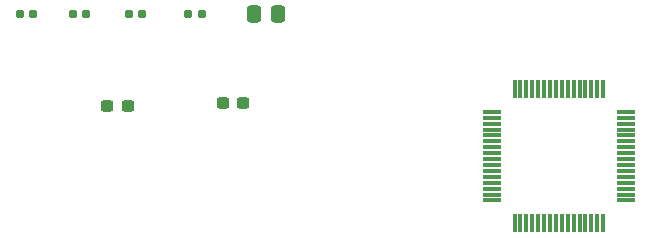
<source format=gtp>
G04 #@! TF.GenerationSoftware,KiCad,Pcbnew,8.0.6*
G04 #@! TF.CreationDate,2024-11-17T19:47:03-05:00*
G04 #@! TF.ProjectId,STM32_KiCAD,53544d33-325f-44b6-9943-41442e6b6963,rev?*
G04 #@! TF.SameCoordinates,Original*
G04 #@! TF.FileFunction,Paste,Top*
G04 #@! TF.FilePolarity,Positive*
%FSLAX46Y46*%
G04 Gerber Fmt 4.6, Leading zero omitted, Abs format (unit mm)*
G04 Created by KiCad (PCBNEW 8.0.6) date 2024-11-17 19:47:03*
%MOMM*%
%LPD*%
G01*
G04 APERTURE LIST*
G04 Aperture macros list*
%AMRoundRect*
0 Rectangle with rounded corners*
0 $1 Rounding radius*
0 $2 $3 $4 $5 $6 $7 $8 $9 X,Y pos of 4 corners*
0 Add a 4 corners polygon primitive as box body*
4,1,4,$2,$3,$4,$5,$6,$7,$8,$9,$2,$3,0*
0 Add four circle primitives for the rounded corners*
1,1,$1+$1,$2,$3*
1,1,$1+$1,$4,$5*
1,1,$1+$1,$6,$7*
1,1,$1+$1,$8,$9*
0 Add four rect primitives between the rounded corners*
20,1,$1+$1,$2,$3,$4,$5,0*
20,1,$1+$1,$4,$5,$6,$7,0*
20,1,$1+$1,$6,$7,$8,$9,0*
20,1,$1+$1,$8,$9,$2,$3,0*%
G04 Aperture macros list end*
%ADD10RoundRect,0.250000X-0.337500X-0.475000X0.337500X-0.475000X0.337500X0.475000X-0.337500X0.475000X0*%
%ADD11RoundRect,0.155000X-0.212500X-0.155000X0.212500X-0.155000X0.212500X0.155000X-0.212500X0.155000X0*%
%ADD12RoundRect,0.237500X-0.300000X-0.237500X0.300000X-0.237500X0.300000X0.237500X-0.300000X0.237500X0*%
%ADD13RoundRect,0.075000X-0.700000X-0.075000X0.700000X-0.075000X0.700000X0.075000X-0.700000X0.075000X0*%
%ADD14RoundRect,0.075000X-0.075000X-0.700000X0.075000X-0.700000X0.075000X0.700000X-0.075000X0.700000X0*%
G04 APERTURE END LIST*
D10*
X126175000Y-79750000D03*
X128250000Y-79750000D03*
D11*
X120615000Y-79750000D03*
X121750000Y-79750000D03*
X106365000Y-79750000D03*
X107500000Y-79750000D03*
D12*
X123525000Y-87250000D03*
X125250000Y-87250000D03*
D13*
X146325000Y-88000000D03*
X146325000Y-88500000D03*
X146325000Y-89000000D03*
X146325000Y-89500000D03*
X146325000Y-90000000D03*
X146325000Y-90500000D03*
X146325000Y-91000000D03*
X146325000Y-91500000D03*
X146325000Y-92000000D03*
X146325000Y-92500000D03*
X146325000Y-93000000D03*
X146325000Y-93500000D03*
X146325000Y-94000000D03*
X146325000Y-94500000D03*
X146325000Y-95000000D03*
X146325000Y-95500000D03*
D14*
X148250000Y-97425000D03*
X148750000Y-97425000D03*
X149250000Y-97425000D03*
X149750000Y-97425000D03*
X150250000Y-97425000D03*
X150750000Y-97425000D03*
X151250000Y-97425000D03*
X151750000Y-97425000D03*
X152250000Y-97425000D03*
X152750000Y-97425000D03*
X153250000Y-97425000D03*
X153750000Y-97425000D03*
X154250000Y-97425000D03*
X154750000Y-97425000D03*
X155250000Y-97425000D03*
X155750000Y-97425000D03*
D13*
X157675000Y-95500000D03*
X157675000Y-95000000D03*
X157675000Y-94500000D03*
X157675000Y-94000000D03*
X157675000Y-93500000D03*
X157675000Y-93000000D03*
X157675000Y-92500000D03*
X157675000Y-92000000D03*
X157675000Y-91500000D03*
X157675000Y-91000000D03*
X157675000Y-90500000D03*
X157675000Y-90000000D03*
X157675000Y-89500000D03*
X157675000Y-89000000D03*
X157675000Y-88500000D03*
X157675000Y-88000000D03*
D14*
X155750000Y-86075000D03*
X155250000Y-86075000D03*
X154750000Y-86075000D03*
X154250000Y-86075000D03*
X153750000Y-86075000D03*
X153250000Y-86075000D03*
X152750000Y-86075000D03*
X152250000Y-86075000D03*
X151750000Y-86075000D03*
X151250000Y-86075000D03*
X150750000Y-86075000D03*
X150250000Y-86075000D03*
X149750000Y-86075000D03*
X149250000Y-86075000D03*
X148750000Y-86075000D03*
X148250000Y-86075000D03*
D12*
X113775000Y-87500000D03*
X115500000Y-87500000D03*
D11*
X115615000Y-79750000D03*
X116750000Y-79750000D03*
X110865000Y-79750000D03*
X112000000Y-79750000D03*
M02*

</source>
